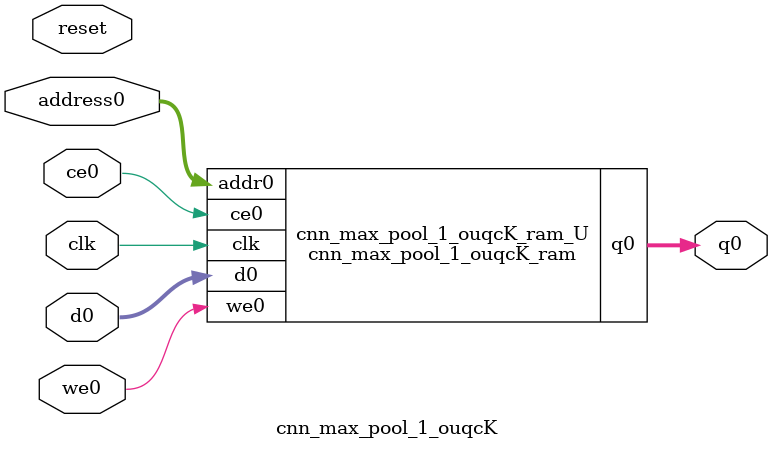
<source format=v>
`timescale 1 ns / 1 ps
module cnn_max_pool_1_ouqcK_ram (addr0, ce0, d0, we0, q0,  clk);

parameter DWIDTH = 14;
parameter AWIDTH = 7;
parameter MEM_SIZE = 78;

input[AWIDTH-1:0] addr0;
input ce0;
input[DWIDTH-1:0] d0;
input we0;
output reg[DWIDTH-1:0] q0;
input clk;

(* ram_style = "block" *)reg [DWIDTH-1:0] ram[0:MEM_SIZE-1];




always @(posedge clk)  
begin 
    if (ce0) 
    begin
        if (we0) 
        begin 
            ram[addr0] <= d0; 
        end 
        q0 <= ram[addr0];
    end
end


endmodule

`timescale 1 ns / 1 ps
module cnn_max_pool_1_ouqcK(
    reset,
    clk,
    address0,
    ce0,
    we0,
    d0,
    q0);

parameter DataWidth = 32'd14;
parameter AddressRange = 32'd78;
parameter AddressWidth = 32'd7;
input reset;
input clk;
input[AddressWidth - 1:0] address0;
input ce0;
input we0;
input[DataWidth - 1:0] d0;
output[DataWidth - 1:0] q0;



cnn_max_pool_1_ouqcK_ram cnn_max_pool_1_ouqcK_ram_U(
    .clk( clk ),
    .addr0( address0 ),
    .ce0( ce0 ),
    .we0( we0 ),
    .d0( d0 ),
    .q0( q0 ));

endmodule


</source>
